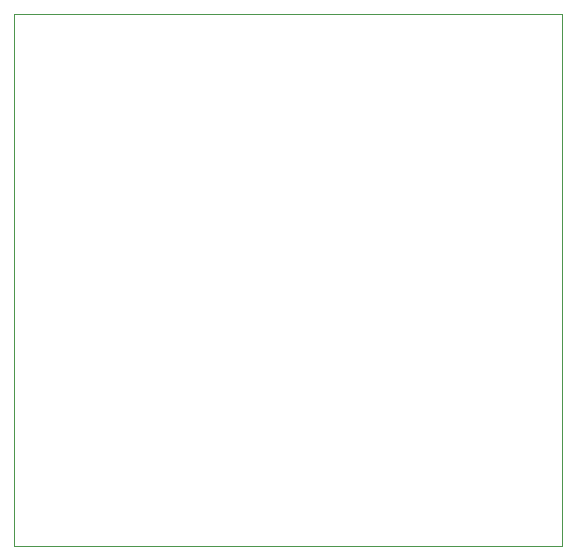
<source format=gbr>
G04 (created by PCBNEW (2013-may-18)-stable) date jeu 02 jun 2016 15:56:37 CEST*
%MOIN*%
G04 Gerber Fmt 3.4, Leading zero omitted, Abs format*
%FSLAX34Y34*%
G01*
G70*
G90*
G04 APERTURE LIST*
%ADD10C,0.00590551*%
%ADD11C,0.00393701*%
G04 APERTURE END LIST*
G54D10*
G54D11*
X15000Y-11000D02*
X33250Y-11000D01*
X15000Y-28750D02*
X15000Y-11000D01*
X33250Y-28750D02*
X15000Y-28750D01*
X33250Y-11000D02*
X33250Y-28750D01*
M02*

</source>
